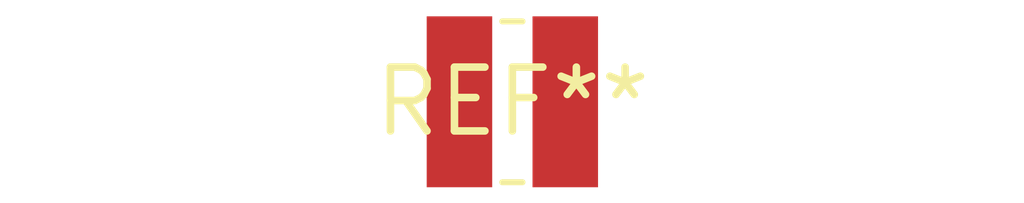
<source format=kicad_pcb>
(kicad_pcb (version 20240108) (generator pcbnew)
  (layers (0 "F.Cu" signal) (31 "B.Cu" signal) (34 "B.Paste" user) (35 "F.Paste" user) (36 "B.SilkS" user "B.Silkscreen") (37 "F.SilkS" user "F.Silkscreen") (38 "B.Mask" user) (39 "F.Mask" user) (44 "Edge.Cuts" user))
  (net 0 "")
  (footprint "L_Wuerth_MAPI-3015" (layer "F.Cu") (at 0 0)
    (property "Reference" "REF**")
    (property "Value" "L_Wuerth_MAPI-3015")
    (fp_line (start -0.2 -1.6) (end 0.2 -1.6) (layer "F.SilkS") (stroke (width 0.12)))
    (fp_line (start -0.2 1.6) (end 0.2 1.6) (layer "F.SilkS") (stroke (width 0.12)))
    (pad "1" smd rect (at -1.05 0) (size 1.3 3.4) (layers "F.Cu" "F.Paste" "F.Mask"))
    (pad "2" smd rect (at 1.05 0) (size 1.3 3.4) (layers "F.Cu" "F.Paste" "F.Mask"))
  )
)
</source>
